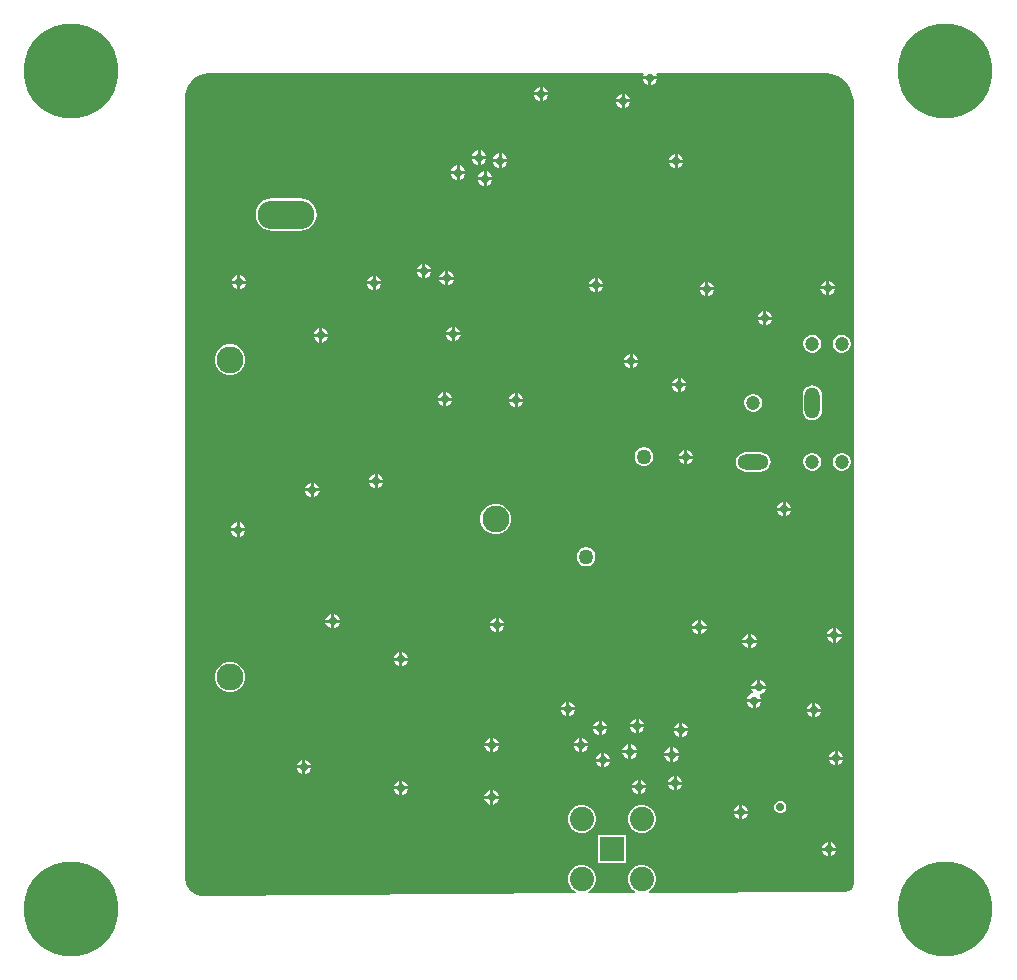
<source format=gbr>
%TF.GenerationSoftware,Altium Limited,Altium Designer,24.2.2 (26)*%
G04 Layer_Physical_Order=2*
G04 Layer_Color=36540*
%FSLAX45Y45*%
%MOMM*%
%TF.SameCoordinates,979FBE80-878B-4EC3-91C7-7055811A0E5A*%
%TF.FilePolarity,Positive*%
%TF.FileFunction,Copper,L2,Inr,Signal*%
%TF.Part,Single*%
G01*
G75*
%TA.AperFunction,ComponentPad*%
%ADD37C,2.28600*%
%ADD38O,4.82000X2.41000*%
%ADD39C,8.00000*%
%ADD40O,1.30800X2.61600*%
%ADD41O,2.61600X1.30800*%
%ADD42C,1.20000*%
%ADD43C,2.05000*%
%ADD44R,2.05000X2.05000*%
%TA.AperFunction,ViaPad*%
%ADD45C,0.70000*%
%ADD46C,0.76200*%
%ADD47C,1.27000*%
G36*
X17442609Y9675259D02*
X17488834Y9656112D01*
X17530435Y9628314D01*
X17565814Y9592935D01*
X17593613Y9551334D01*
X17612759Y9505109D01*
X17622520Y9456037D01*
Y9431020D01*
Y2819400D01*
X17622519Y2819400D01*
X17622520Y2812645D01*
X17619884Y2799396D01*
X17614716Y2786915D01*
X17607208Y2775683D01*
X17597656Y2766130D01*
X17586424Y2758625D01*
X17573944Y2753455D01*
X17560693Y2750820D01*
X17391380D01*
X15889369Y2740696D01*
X15885927Y2753373D01*
X15902042Y2762676D01*
X15924104Y2784739D01*
X15939703Y2811761D01*
X15947780Y2841899D01*
Y2873101D01*
X15939703Y2903239D01*
X15924104Y2930261D01*
X15902042Y2952324D01*
X15875018Y2967924D01*
X15844881Y2976000D01*
X15813680D01*
X15783540Y2967924D01*
X15756519Y2952324D01*
X15734456Y2930261D01*
X15718855Y2903239D01*
X15710780Y2873101D01*
Y2841899D01*
X15718855Y2811761D01*
X15734456Y2784739D01*
X15756519Y2762676D01*
X15773941Y2752618D01*
X15770578Y2739895D01*
X15375368Y2737231D01*
X15371925Y2749908D01*
X15394041Y2762676D01*
X15416104Y2784739D01*
X15431705Y2811761D01*
X15439780Y2841899D01*
Y2873101D01*
X15431705Y2903239D01*
X15416104Y2930261D01*
X15394041Y2952324D01*
X15367020Y2967924D01*
X15336880Y2976000D01*
X15305679D01*
X15275542Y2967924D01*
X15248518Y2952324D01*
X15226456Y2930261D01*
X15210857Y2903239D01*
X15202780Y2873101D01*
Y2841899D01*
X15210857Y2811761D01*
X15226456Y2784739D01*
X15248518Y2762676D01*
X15271803Y2749233D01*
X15268440Y2736510D01*
X12115800Y2715260D01*
X12100539Y2715260D01*
X12070605Y2721214D01*
X12042408Y2732894D01*
X12017031Y2749850D01*
X11995450Y2771431D01*
X11978494Y2796808D01*
X11966814Y2825005D01*
X11960860Y2854939D01*
X11960860Y2870200D01*
Y9469120D01*
X11960860Y9490384D01*
X11969157Y9532095D01*
X11985431Y9571387D01*
X12009059Y9606748D01*
X12039131Y9636820D01*
X12074493Y9660448D01*
X12113784Y9676723D01*
X12155495Y9685020D01*
X12176760Y9685019D01*
X15839027Y9685020D01*
X15845110Y9672320D01*
X15837744Y9654540D01*
X15957976D01*
X15950610Y9672320D01*
X15956693Y9685020D01*
X17368520Y9685020D01*
X17393536D01*
X17442609Y9675259D01*
D02*
G37*
%LPC*%
G36*
X15957976Y9629140D02*
X15910561D01*
Y9581724D01*
X15932074Y9590635D01*
X15949065Y9607626D01*
X15957976Y9629140D01*
D02*
G37*
G36*
X15885159D02*
X15837744D01*
X15846655Y9607626D01*
X15863646Y9590635D01*
X15885159Y9581724D01*
Y9629140D01*
D02*
G37*
G36*
X14988541Y9567336D02*
Y9519920D01*
X15035956D01*
X15027045Y9541434D01*
X15010054Y9558425D01*
X14988541Y9567336D01*
D02*
G37*
G36*
X14963139D02*
X14941626Y9558425D01*
X14924635Y9541434D01*
X14915724Y9519920D01*
X14963139D01*
Y9567336D01*
D02*
G37*
G36*
X15684500Y9507916D02*
Y9460500D01*
X15731915D01*
X15723006Y9482014D01*
X15706013Y9499004D01*
X15684500Y9507916D01*
D02*
G37*
G36*
X15659100D02*
X15637585Y9499004D01*
X15620595Y9482014D01*
X15611684Y9460500D01*
X15659100D01*
Y9507916D01*
D02*
G37*
G36*
X15035956Y9494520D02*
X14988541D01*
Y9447104D01*
X15010054Y9456015D01*
X15027045Y9473006D01*
X15035956Y9494520D01*
D02*
G37*
G36*
X14963139D02*
X14915724D01*
X14924635Y9473006D01*
X14941626Y9456015D01*
X14963139Y9447104D01*
Y9494520D01*
D02*
G37*
G36*
X15731915Y9435100D02*
X15684500D01*
Y9387684D01*
X15706013Y9396595D01*
X15723006Y9413586D01*
X15731915Y9435100D01*
D02*
G37*
G36*
X15659100D02*
X15611684D01*
X15620595Y9413586D01*
X15637585Y9396595D01*
X15659100Y9387684D01*
Y9435100D01*
D02*
G37*
G36*
X14465300Y9026316D02*
Y8978900D01*
X14512717D01*
X14503806Y9000414D01*
X14486813Y9017405D01*
X14465300Y9026316D01*
D02*
G37*
G36*
X14439900D02*
X14418385Y9017405D01*
X14401395Y9000414D01*
X14392484Y8978900D01*
X14439900D01*
Y9026316D01*
D02*
G37*
G36*
X14643100Y9000916D02*
Y8953500D01*
X14690517D01*
X14681606Y8975014D01*
X14664613Y8992005D01*
X14643100Y9000916D01*
D02*
G37*
G36*
X14617700D02*
X14596185Y8992005D01*
X14579195Y8975014D01*
X14570284Y8953500D01*
X14617700D01*
Y9000916D01*
D02*
G37*
G36*
X16131540Y8995836D02*
Y8948420D01*
X16178957D01*
X16170045Y8969934D01*
X16153053Y8986925D01*
X16131540Y8995836D01*
D02*
G37*
G36*
X16106140D02*
X16084625Y8986925D01*
X16067635Y8969934D01*
X16058723Y8948420D01*
X16106140D01*
Y8995836D01*
D02*
G37*
G36*
X14512717Y8953500D02*
X14465300D01*
Y8906084D01*
X14486813Y8914995D01*
X14503806Y8931986D01*
X14512717Y8953500D01*
D02*
G37*
G36*
X14439900D02*
X14392484D01*
X14401395Y8931986D01*
X14418385Y8914995D01*
X14439900Y8906084D01*
Y8953500D01*
D02*
G37*
G36*
X14690517Y8928100D02*
X14643100D01*
Y8880684D01*
X14664613Y8889595D01*
X14681606Y8906586D01*
X14690517Y8928100D01*
D02*
G37*
G36*
X14617700D02*
X14570284D01*
X14579195Y8906586D01*
X14596185Y8889595D01*
X14617700Y8880684D01*
Y8928100D01*
D02*
G37*
G36*
X16178957Y8923020D02*
X16131540D01*
Y8875604D01*
X16153053Y8884515D01*
X16170045Y8901506D01*
X16178957Y8923020D01*
D02*
G37*
G36*
X16106140D02*
X16058723D01*
X16067635Y8901506D01*
X16084625Y8884515D01*
X16106140Y8875604D01*
Y8923020D01*
D02*
G37*
G36*
X14287500Y8899316D02*
Y8851900D01*
X14334917D01*
X14326006Y8873414D01*
X14309013Y8890405D01*
X14287500Y8899316D01*
D02*
G37*
G36*
X14262100D02*
X14240585Y8890405D01*
X14223595Y8873414D01*
X14214684Y8851900D01*
X14262100D01*
Y8899316D01*
D02*
G37*
G36*
X14516100Y8848516D02*
Y8801100D01*
X14563516D01*
X14554605Y8822614D01*
X14537614Y8839605D01*
X14516100Y8848516D01*
D02*
G37*
G36*
X14490700D02*
X14469186Y8839605D01*
X14452196Y8822614D01*
X14443285Y8801100D01*
X14490700D01*
Y8848516D01*
D02*
G37*
G36*
X14334917Y8826500D02*
X14287500D01*
Y8779084D01*
X14309013Y8787995D01*
X14326006Y8804986D01*
X14334917Y8826500D01*
D02*
G37*
G36*
X14262100D02*
X14214684D01*
X14223595Y8804986D01*
X14240585Y8787995D01*
X14262100Y8779084D01*
Y8826500D01*
D02*
G37*
G36*
X14563516Y8775700D02*
X14516100D01*
Y8728284D01*
X14537614Y8737195D01*
X14554605Y8754186D01*
X14563516Y8775700D01*
D02*
G37*
G36*
X14490700D02*
X14443285D01*
X14452196Y8754186D01*
X14469186Y8737195D01*
X14490700Y8728284D01*
Y8775700D01*
D02*
G37*
G36*
X12937340Y8621278D02*
X12696340D01*
X12660706Y8616587D01*
X12627501Y8602832D01*
X12598987Y8580953D01*
X12577107Y8552439D01*
X12563353Y8519234D01*
X12558662Y8483600D01*
X12563353Y8447966D01*
X12577107Y8414761D01*
X12598987Y8386247D01*
X12627501Y8364368D01*
X12660706Y8350613D01*
X12696340Y8345922D01*
X12937340D01*
X12972974Y8350613D01*
X13006178Y8364368D01*
X13034692Y8386247D01*
X13056573Y8414761D01*
X13070328Y8447966D01*
X13075018Y8483600D01*
X13070328Y8519234D01*
X13056573Y8552439D01*
X13034692Y8580953D01*
X13006178Y8602832D01*
X12972974Y8616587D01*
X12937340Y8621278D01*
D02*
G37*
G36*
X13995399Y8068736D02*
Y8021320D01*
X14042816D01*
X14033905Y8042834D01*
X14016914Y8059825D01*
X13995399Y8068736D01*
D02*
G37*
G36*
X13970000D02*
X13948486Y8059825D01*
X13931496Y8042834D01*
X13922585Y8021320D01*
X13970000D01*
Y8068736D01*
D02*
G37*
G36*
X14188440Y8005236D02*
Y7957820D01*
X14235857D01*
X14226945Y7979334D01*
X14209953Y7996325D01*
X14188440Y8005236D01*
D02*
G37*
G36*
X14163040D02*
X14141525Y7996325D01*
X14124535Y7979334D01*
X14115623Y7957820D01*
X14163040D01*
Y8005236D01*
D02*
G37*
G36*
X14042816Y7995920D02*
X13995399D01*
Y7948504D01*
X14016914Y7957415D01*
X14033905Y7974406D01*
X14042816Y7995920D01*
D02*
G37*
G36*
X13970000D02*
X13922585D01*
X13931496Y7974406D01*
X13948486Y7957415D01*
X13970000Y7948504D01*
Y7995920D01*
D02*
G37*
G36*
X12430760Y7972216D02*
Y7924800D01*
X12478176D01*
X12469265Y7946314D01*
X12452274Y7963305D01*
X12430760Y7972216D01*
D02*
G37*
G36*
X12405360D02*
X12383846Y7963305D01*
X12366855Y7946314D01*
X12357944Y7924800D01*
X12405360D01*
Y7972216D01*
D02*
G37*
G36*
X13576300Y7964596D02*
Y7917180D01*
X13623717D01*
X13614806Y7938694D01*
X13597813Y7955685D01*
X13576300Y7964596D01*
D02*
G37*
G36*
X13550900D02*
X13529385Y7955685D01*
X13512395Y7938694D01*
X13503484Y7917180D01*
X13550900D01*
Y7964596D01*
D02*
G37*
G36*
X15455901Y7946816D02*
Y7899400D01*
X15503316D01*
X15494405Y7920914D01*
X15477414Y7937905D01*
X15455901Y7946816D01*
D02*
G37*
G36*
X15430499D02*
X15408986Y7937905D01*
X15391995Y7920914D01*
X15383084Y7899400D01*
X15430499D01*
Y7946816D01*
D02*
G37*
G36*
X14235857Y7932420D02*
X14188440D01*
Y7885004D01*
X14209953Y7893915D01*
X14226945Y7910906D01*
X14235857Y7932420D01*
D02*
G37*
G36*
X14163040D02*
X14115623D01*
X14124535Y7910906D01*
X14141525Y7893915D01*
X14163040Y7885004D01*
Y7932420D01*
D02*
G37*
G36*
X17414240Y7923956D02*
Y7876540D01*
X17461656D01*
X17452745Y7898054D01*
X17435754Y7915045D01*
X17414240Y7923956D01*
D02*
G37*
G36*
X17388840D02*
X17367326Y7915045D01*
X17350336Y7898054D01*
X17341425Y7876540D01*
X17388840D01*
Y7923956D01*
D02*
G37*
G36*
X16390620Y7916336D02*
Y7868920D01*
X16438036D01*
X16429124Y7890434D01*
X16412134Y7907425D01*
X16390620Y7916336D01*
D02*
G37*
G36*
X16365221D02*
X16343706Y7907425D01*
X16326715Y7890434D01*
X16317804Y7868920D01*
X16365221D01*
Y7916336D01*
D02*
G37*
G36*
X12478176Y7899400D02*
X12430760D01*
Y7851984D01*
X12452274Y7860895D01*
X12469265Y7877886D01*
X12478176Y7899400D01*
D02*
G37*
G36*
X12405360D02*
X12357944D01*
X12366855Y7877886D01*
X12383846Y7860895D01*
X12405360Y7851984D01*
Y7899400D01*
D02*
G37*
G36*
X13623717Y7891780D02*
X13576300D01*
Y7844364D01*
X13597813Y7853275D01*
X13614806Y7870266D01*
X13623717Y7891780D01*
D02*
G37*
G36*
X13550900D02*
X13503484D01*
X13512395Y7870266D01*
X13529385Y7853275D01*
X13550900Y7844364D01*
Y7891780D01*
D02*
G37*
G36*
X15503316Y7874000D02*
X15455901D01*
Y7826584D01*
X15477414Y7835495D01*
X15494405Y7852486D01*
X15503316Y7874000D01*
D02*
G37*
G36*
X15430499D02*
X15383084D01*
X15391995Y7852486D01*
X15408986Y7835495D01*
X15430499Y7826584D01*
Y7874000D01*
D02*
G37*
G36*
X17461656Y7851140D02*
X17414240D01*
Y7803724D01*
X17435754Y7812635D01*
X17452745Y7829626D01*
X17461656Y7851140D01*
D02*
G37*
G36*
X17388840D02*
X17341425D01*
X17350336Y7829626D01*
X17367326Y7812635D01*
X17388840Y7803724D01*
Y7851140D01*
D02*
G37*
G36*
X16438036Y7843520D02*
X16390620D01*
Y7796104D01*
X16412134Y7805015D01*
X16429124Y7822006D01*
X16438036Y7843520D01*
D02*
G37*
G36*
X16365221D02*
X16317804D01*
X16326715Y7822006D01*
X16343706Y7805015D01*
X16365221Y7796104D01*
Y7843520D01*
D02*
G37*
G36*
X16883380Y7664876D02*
Y7617460D01*
X16930795D01*
X16921886Y7638974D01*
X16904893Y7655965D01*
X16883380Y7664876D01*
D02*
G37*
G36*
X16857980D02*
X16836465Y7655965D01*
X16819475Y7638974D01*
X16810564Y7617460D01*
X16857980D01*
Y7664876D01*
D02*
G37*
G36*
X16930795Y7592060D02*
X16883380D01*
Y7544644D01*
X16904893Y7553555D01*
X16921886Y7570546D01*
X16930795Y7592060D01*
D02*
G37*
G36*
X16857980D02*
X16810564D01*
X16819475Y7570546D01*
X16836465Y7553555D01*
X16857980Y7544644D01*
Y7592060D01*
D02*
G37*
G36*
X14246860Y7535336D02*
Y7487920D01*
X14294276D01*
X14285365Y7509434D01*
X14268375Y7526425D01*
X14246860Y7535336D01*
D02*
G37*
G36*
X14221460D02*
X14199947Y7526425D01*
X14182954Y7509434D01*
X14174043Y7487920D01*
X14221460D01*
Y7535336D01*
D02*
G37*
G36*
X13124181Y7520096D02*
Y7472680D01*
X13171596D01*
X13162685Y7494194D01*
X13145694Y7511185D01*
X13124181Y7520096D01*
D02*
G37*
G36*
X13098779D02*
X13077266Y7511185D01*
X13060275Y7494194D01*
X13051364Y7472680D01*
X13098779D01*
Y7520096D01*
D02*
G37*
G36*
X14294276Y7462520D02*
X14246860D01*
Y7415104D01*
X14268375Y7424015D01*
X14285365Y7441006D01*
X14294276Y7462520D01*
D02*
G37*
G36*
X14221460D02*
X14174043D01*
X14182954Y7441006D01*
X14199947Y7424015D01*
X14221460Y7415104D01*
Y7462520D01*
D02*
G37*
G36*
X13171596Y7447280D02*
X13124181D01*
Y7399864D01*
X13145694Y7408775D01*
X13162685Y7425766D01*
X13171596Y7447280D01*
D02*
G37*
G36*
X13098779D02*
X13051364D01*
X13060275Y7425766D01*
X13077266Y7408775D01*
X13098779Y7399864D01*
Y7447280D01*
D02*
G37*
G36*
X17531625Y7464480D02*
X17511613D01*
X17492285Y7459301D01*
X17474956Y7449295D01*
X17460805Y7435145D01*
X17450800Y7417815D01*
X17445621Y7398486D01*
Y7378474D01*
X17450800Y7359145D01*
X17460805Y7341815D01*
X17474956Y7327665D01*
X17492285Y7317659D01*
X17511613Y7312480D01*
X17531625D01*
X17550955Y7317659D01*
X17568285Y7327665D01*
X17582436Y7341815D01*
X17592441Y7359145D01*
X17597620Y7378474D01*
Y7398486D01*
X17592441Y7417815D01*
X17582436Y7435145D01*
X17568285Y7449295D01*
X17550955Y7459301D01*
X17531625Y7464480D01*
D02*
G37*
G36*
X17281625D02*
X17261613D01*
X17242285Y7459301D01*
X17224956Y7449295D01*
X17210805Y7435145D01*
X17200800Y7417815D01*
X17195621Y7398486D01*
Y7378474D01*
X17200800Y7359145D01*
X17210805Y7341815D01*
X17224956Y7327665D01*
X17242285Y7317659D01*
X17261613Y7312480D01*
X17281625D01*
X17300955Y7317659D01*
X17318285Y7327665D01*
X17332436Y7341815D01*
X17342441Y7359145D01*
X17347620Y7378474D01*
Y7398486D01*
X17342441Y7417815D01*
X17332436Y7435145D01*
X17318285Y7449295D01*
X17300955Y7459301D01*
X17281625Y7464480D01*
D02*
G37*
G36*
X15753081Y7301656D02*
Y7254240D01*
X15800496D01*
X15791585Y7275754D01*
X15774594Y7292745D01*
X15753081Y7301656D01*
D02*
G37*
G36*
X15727679D02*
X15706166Y7292745D01*
X15689175Y7275754D01*
X15680264Y7254240D01*
X15727679D01*
Y7301656D01*
D02*
G37*
G36*
X15800496Y7228840D02*
X15753081D01*
Y7181424D01*
X15774594Y7190335D01*
X15791585Y7207326D01*
X15800496Y7228840D01*
D02*
G37*
G36*
X15727679D02*
X15680264D01*
X15689175Y7207326D01*
X15706166Y7190335D01*
X15727679Y7181424D01*
Y7228840D01*
D02*
G37*
G36*
X12359014Y7384540D02*
X12324706D01*
X12291566Y7375660D01*
X12261854Y7358506D01*
X12237594Y7334246D01*
X12220440Y7304534D01*
X12211560Y7271394D01*
Y7237086D01*
X12220440Y7203946D01*
X12237594Y7174234D01*
X12261854Y7149974D01*
X12291566Y7132820D01*
X12324706Y7123940D01*
X12359014D01*
X12392154Y7132820D01*
X12421866Y7149974D01*
X12446126Y7174234D01*
X12463280Y7203946D01*
X12472160Y7237086D01*
Y7271394D01*
X12463280Y7304534D01*
X12446126Y7334246D01*
X12421866Y7358506D01*
X12392154Y7375660D01*
X12359014Y7384540D01*
D02*
G37*
G36*
X16156940Y7100996D02*
Y7053580D01*
X16204356D01*
X16195445Y7075094D01*
X16178455Y7092085D01*
X16156940Y7100996D01*
D02*
G37*
G36*
X16131540D02*
X16110027Y7092085D01*
X16093034Y7075094D01*
X16084125Y7053580D01*
X16131540D01*
Y7100996D01*
D02*
G37*
G36*
X16204356Y7028180D02*
X16156940D01*
Y6980764D01*
X16178455Y6989675D01*
X16195445Y7006666D01*
X16204356Y7028180D01*
D02*
G37*
G36*
X16131540D02*
X16084125D01*
X16093034Y7006666D01*
X16110027Y6989675D01*
X16131540Y6980764D01*
Y7028180D01*
D02*
G37*
G36*
X14173199Y6979076D02*
Y6931660D01*
X14220616D01*
X14211705Y6953174D01*
X14194714Y6970165D01*
X14173199Y6979076D01*
D02*
G37*
G36*
X14147800D02*
X14126286Y6970165D01*
X14109296Y6953174D01*
X14100385Y6931660D01*
X14147800D01*
Y6979076D01*
D02*
G37*
G36*
X14777721Y6971456D02*
Y6924040D01*
X14825136D01*
X14816225Y6945554D01*
X14799234Y6962545D01*
X14777721Y6971456D01*
D02*
G37*
G36*
X14752319D02*
X14730806Y6962545D01*
X14713815Y6945554D01*
X14704904Y6924040D01*
X14752319D01*
Y6971456D01*
D02*
G37*
G36*
X14220616Y6906260D02*
X14173199D01*
Y6858844D01*
X14194714Y6867755D01*
X14211705Y6884746D01*
X14220616Y6906260D01*
D02*
G37*
G36*
X14147800D02*
X14100385D01*
X14109296Y6884746D01*
X14126286Y6867755D01*
X14147800Y6858844D01*
Y6906260D01*
D02*
G37*
G36*
X14825136Y6898640D02*
X14777721D01*
Y6851224D01*
X14799234Y6860135D01*
X14816225Y6877126D01*
X14825136Y6898640D01*
D02*
G37*
G36*
X14752319D02*
X14704904D01*
X14713815Y6877126D01*
X14730806Y6860135D01*
X14752319Y6851224D01*
Y6898640D01*
D02*
G37*
G36*
X16781625Y6964480D02*
X16761613D01*
X16742285Y6959301D01*
X16724956Y6949295D01*
X16710805Y6935145D01*
X16700800Y6917815D01*
X16695621Y6898486D01*
Y6878474D01*
X16700800Y6859145D01*
X16710805Y6841815D01*
X16724956Y6827665D01*
X16742285Y6817659D01*
X16761613Y6812480D01*
X16781625D01*
X16800955Y6817659D01*
X16818285Y6827665D01*
X16832436Y6841815D01*
X16842441Y6859145D01*
X16847620Y6878474D01*
Y6898486D01*
X16842441Y6917815D01*
X16832436Y6935145D01*
X16818285Y6949295D01*
X16800955Y6959301D01*
X16781625Y6964480D01*
D02*
G37*
G36*
X17271620Y7035982D02*
X17250369Y7033185D01*
X17230569Y7024982D01*
X17213565Y7011935D01*
X17200517Y6994931D01*
X17192316Y6975130D01*
X17189519Y6953880D01*
Y6823080D01*
X17192316Y6801830D01*
X17200517Y6782029D01*
X17213565Y6765025D01*
X17230569Y6751978D01*
X17250369Y6743775D01*
X17271620Y6740978D01*
X17292870Y6743775D01*
X17312671Y6751978D01*
X17329675Y6765025D01*
X17342722Y6782029D01*
X17350925Y6801830D01*
X17353722Y6823080D01*
Y6953880D01*
X17350925Y6975130D01*
X17342722Y6994931D01*
X17329675Y7011935D01*
X17312671Y7024982D01*
X17292870Y7033185D01*
X17271620Y7035982D01*
D02*
G37*
G36*
X16212820Y6488856D02*
Y6441440D01*
X16260236D01*
X16251324Y6462954D01*
X16234334Y6479945D01*
X16212820Y6488856D01*
D02*
G37*
G36*
X16187421D02*
X16165906Y6479945D01*
X16148915Y6462954D01*
X16140004Y6441440D01*
X16187421D01*
Y6488856D01*
D02*
G37*
G36*
X16260236Y6416040D02*
X16212820D01*
Y6368624D01*
X16234334Y6377535D01*
X16251324Y6394526D01*
X16260236Y6416040D01*
D02*
G37*
G36*
X16187421D02*
X16140004D01*
X16148915Y6394526D01*
X16165906Y6377535D01*
X16187421Y6368624D01*
Y6416040D01*
D02*
G37*
G36*
X15857526Y6513320D02*
X15836594D01*
X15816374Y6507902D01*
X15798245Y6497436D01*
X15783444Y6482634D01*
X15772978Y6464506D01*
X15767560Y6444286D01*
Y6423354D01*
X15772978Y6403134D01*
X15783444Y6385006D01*
X15798245Y6370204D01*
X15816374Y6359738D01*
X15836594Y6354320D01*
X15857526D01*
X15877747Y6359738D01*
X15895874Y6370204D01*
X15910677Y6385006D01*
X15921143Y6403134D01*
X15926559Y6423354D01*
Y6444286D01*
X15921143Y6464506D01*
X15910677Y6482634D01*
X15895874Y6497436D01*
X15877747Y6507902D01*
X15857526Y6513320D01*
D02*
G37*
G36*
X17531625Y6464480D02*
X17511613D01*
X17492285Y6459301D01*
X17474956Y6449295D01*
X17460805Y6435145D01*
X17450800Y6417815D01*
X17445621Y6398486D01*
Y6378474D01*
X17450800Y6359145D01*
X17460805Y6341815D01*
X17474956Y6327665D01*
X17492285Y6317659D01*
X17511613Y6312480D01*
X17531625D01*
X17550955Y6317659D01*
X17568285Y6327665D01*
X17582436Y6341815D01*
X17592441Y6359145D01*
X17597620Y6378474D01*
Y6398486D01*
X17592441Y6417815D01*
X17582436Y6435145D01*
X17568285Y6449295D01*
X17550955Y6459301D01*
X17531625Y6464480D01*
D02*
G37*
G36*
X17281625D02*
X17261613D01*
X17242285Y6459301D01*
X17224956Y6449295D01*
X17210805Y6435145D01*
X17200800Y6417815D01*
X17195621Y6398486D01*
Y6378474D01*
X17200800Y6359145D01*
X17210805Y6341815D01*
X17224956Y6327665D01*
X17242285Y6317659D01*
X17261613Y6312480D01*
X17281625D01*
X17300955Y6317659D01*
X17318285Y6327665D01*
X17332436Y6341815D01*
X17342441Y6359145D01*
X17347620Y6378474D01*
Y6398486D01*
X17342441Y6417815D01*
X17332436Y6435145D01*
X17318285Y6449295D01*
X17300955Y6459301D01*
X17281625Y6464480D01*
D02*
G37*
G36*
X16837019Y6470582D02*
X16706219D01*
X16684970Y6467785D01*
X16665169Y6459582D01*
X16648164Y6446535D01*
X16635118Y6429531D01*
X16626915Y6409730D01*
X16624118Y6388480D01*
X16626915Y6367230D01*
X16635118Y6347429D01*
X16648164Y6330425D01*
X16665169Y6317378D01*
X16684970Y6309175D01*
X16706219Y6306378D01*
X16837019D01*
X16858270Y6309175D01*
X16878072Y6317378D01*
X16895074Y6330425D01*
X16908122Y6347429D01*
X16916325Y6367230D01*
X16919122Y6388480D01*
X16916325Y6409730D01*
X16908122Y6429531D01*
X16895074Y6446535D01*
X16878072Y6459582D01*
X16858270Y6467785D01*
X16837019Y6470582D01*
D02*
G37*
G36*
X13594080Y6285656D02*
Y6238240D01*
X13641496D01*
X13632585Y6259754D01*
X13615594Y6276745D01*
X13594080Y6285656D01*
D02*
G37*
G36*
X13568680D02*
X13547166Y6276745D01*
X13530174Y6259754D01*
X13521265Y6238240D01*
X13568680D01*
Y6285656D01*
D02*
G37*
G36*
X13053059Y6214536D02*
Y6167120D01*
X13100476D01*
X13091565Y6188634D01*
X13074574Y6205625D01*
X13053059Y6214536D01*
D02*
G37*
G36*
X13027660D02*
X13006146Y6205625D01*
X12989156Y6188634D01*
X12980244Y6167120D01*
X13027660D01*
Y6214536D01*
D02*
G37*
G36*
X13641496Y6212840D02*
X13594080D01*
Y6165424D01*
X13615594Y6174335D01*
X13632585Y6191326D01*
X13641496Y6212840D01*
D02*
G37*
G36*
X13568680D02*
X13521265D01*
X13530174Y6191326D01*
X13547166Y6174335D01*
X13568680Y6165424D01*
Y6212840D01*
D02*
G37*
G36*
X13100476Y6141720D02*
X13053059D01*
Y6094304D01*
X13074574Y6103215D01*
X13091565Y6120206D01*
X13100476Y6141720D01*
D02*
G37*
G36*
X13027660D02*
X12980244D01*
X12989156Y6120206D01*
X13006146Y6103215D01*
X13027660Y6094304D01*
Y6141720D01*
D02*
G37*
G36*
X17048480Y6049436D02*
Y6002020D01*
X17095895D01*
X17086984Y6023534D01*
X17069994Y6040525D01*
X17048480Y6049436D01*
D02*
G37*
G36*
X17023080D02*
X17001566Y6040525D01*
X16984575Y6023534D01*
X16975664Y6002020D01*
X17023080D01*
Y6049436D01*
D02*
G37*
G36*
X17095895Y5976620D02*
X17048480D01*
Y5929204D01*
X17069994Y5938115D01*
X17086984Y5955106D01*
X17095895Y5976620D01*
D02*
G37*
G36*
X17023080D02*
X16975664D01*
X16984575Y5955106D01*
X17001566Y5938115D01*
X17023080Y5929204D01*
Y5976620D01*
D02*
G37*
G36*
X12423140Y5876716D02*
Y5829300D01*
X12470556D01*
X12461645Y5850814D01*
X12444654Y5867805D01*
X12423140Y5876716D01*
D02*
G37*
G36*
X12397740D02*
X12376226Y5867805D01*
X12359235Y5850814D01*
X12350324Y5829300D01*
X12397740D01*
Y5876716D01*
D02*
G37*
G36*
X14609454Y6035800D02*
X14575146D01*
X14542006Y6026920D01*
X14512294Y6009766D01*
X14488034Y5985506D01*
X14470880Y5955794D01*
X14462000Y5922654D01*
Y5888346D01*
X14470880Y5855206D01*
X14488034Y5825494D01*
X14512294Y5801234D01*
X14542006Y5784080D01*
X14575146Y5775200D01*
X14609454D01*
X14642593Y5784080D01*
X14672305Y5801234D01*
X14696565Y5825494D01*
X14713721Y5855206D01*
X14722600Y5888346D01*
Y5922654D01*
X14713721Y5955794D01*
X14696565Y5985506D01*
X14672305Y6009766D01*
X14642593Y6026920D01*
X14609454Y6035800D01*
D02*
G37*
G36*
X12470556Y5803900D02*
X12423140D01*
Y5756484D01*
X12444654Y5765395D01*
X12461645Y5782386D01*
X12470556Y5803900D01*
D02*
G37*
G36*
X12397740D02*
X12350324D01*
X12359235Y5782386D01*
X12376226Y5765395D01*
X12397740Y5756484D01*
Y5803900D01*
D02*
G37*
G36*
X15367307Y5664960D02*
X15346375D01*
X15326154Y5659542D01*
X15308026Y5649076D01*
X15293224Y5634274D01*
X15282758Y5616146D01*
X15277341Y5595926D01*
Y5574994D01*
X15282758Y5554774D01*
X15293224Y5536646D01*
X15308026Y5521844D01*
X15326154Y5511378D01*
X15346375Y5505960D01*
X15367307D01*
X15387526Y5511378D01*
X15405653Y5521844D01*
X15420456Y5536646D01*
X15430922Y5554774D01*
X15436340Y5574994D01*
Y5595926D01*
X15430922Y5616146D01*
X15420456Y5634274D01*
X15405653Y5649076D01*
X15387526Y5659542D01*
X15367307Y5664960D01*
D02*
G37*
G36*
X13223241Y5102016D02*
Y5054600D01*
X13270656D01*
X13261745Y5076114D01*
X13244754Y5093105D01*
X13223241Y5102016D01*
D02*
G37*
G36*
X13197839D02*
X13176326Y5093105D01*
X13159335Y5076114D01*
X13150424Y5054600D01*
X13197839D01*
Y5102016D01*
D02*
G37*
G36*
X14617700Y5068996D02*
Y5021580D01*
X14665115D01*
X14656206Y5043094D01*
X14639214Y5060085D01*
X14617700Y5068996D01*
D02*
G37*
G36*
X14592300D02*
X14570786Y5060085D01*
X14553795Y5043094D01*
X14544884Y5021580D01*
X14592300D01*
Y5068996D01*
D02*
G37*
G36*
X16329660Y5051216D02*
Y5003800D01*
X16377077D01*
X16368166Y5025314D01*
X16351173Y5042305D01*
X16329660Y5051216D01*
D02*
G37*
G36*
X16304260D02*
X16282745Y5042305D01*
X16265755Y5025314D01*
X16256844Y5003800D01*
X16304260D01*
Y5051216D01*
D02*
G37*
G36*
X13270656Y5029200D02*
X13223241D01*
Y4981784D01*
X13244754Y4990695D01*
X13261745Y5007686D01*
X13270656Y5029200D01*
D02*
G37*
G36*
X13197839D02*
X13150424D01*
X13159335Y5007686D01*
X13176326Y4990695D01*
X13197839Y4981784D01*
Y5029200D01*
D02*
G37*
G36*
X14665115Y4996180D02*
X14617700D01*
Y4948764D01*
X14639214Y4957675D01*
X14656206Y4974666D01*
X14665115Y4996180D01*
D02*
G37*
G36*
X14592300D02*
X14544884D01*
X14553795Y4974666D01*
X14570786Y4957675D01*
X14592300Y4948764D01*
Y4996180D01*
D02*
G37*
G36*
X17472659Y4980096D02*
Y4932680D01*
X17520076D01*
X17511165Y4954194D01*
X17494174Y4971185D01*
X17472659Y4980096D01*
D02*
G37*
G36*
X17447260D02*
X17425746Y4971185D01*
X17408755Y4954194D01*
X17399844Y4932680D01*
X17447260D01*
Y4980096D01*
D02*
G37*
G36*
X16377077Y4978400D02*
X16329660D01*
Y4930984D01*
X16351173Y4939895D01*
X16368166Y4956886D01*
X16377077Y4978400D01*
D02*
G37*
G36*
X16304260D02*
X16256844D01*
X16265755Y4956886D01*
X16282745Y4939895D01*
X16304260Y4930984D01*
Y4978400D01*
D02*
G37*
G36*
X16753841Y4931836D02*
Y4884420D01*
X16801256D01*
X16792345Y4905934D01*
X16775354Y4922925D01*
X16753841Y4931836D01*
D02*
G37*
G36*
X16728439D02*
X16706926Y4922925D01*
X16689935Y4905934D01*
X16681024Y4884420D01*
X16728439D01*
Y4931836D01*
D02*
G37*
G36*
X17520076Y4907280D02*
X17472659D01*
Y4859864D01*
X17494174Y4868775D01*
X17511165Y4885766D01*
X17520076Y4907280D01*
D02*
G37*
G36*
X17447260D02*
X17399844D01*
X17408755Y4885766D01*
X17425746Y4868775D01*
X17447260Y4859864D01*
Y4907280D01*
D02*
G37*
G36*
X16801256Y4859020D02*
X16753841D01*
Y4811604D01*
X16775354Y4820515D01*
X16792345Y4837506D01*
X16801256Y4859020D01*
D02*
G37*
G36*
X16728439D02*
X16681024D01*
X16689935Y4837506D01*
X16706926Y4820515D01*
X16728439Y4811604D01*
Y4859020D01*
D02*
G37*
G36*
X13802361Y4779436D02*
Y4732020D01*
X13849776D01*
X13840865Y4753534D01*
X13823874Y4770525D01*
X13802361Y4779436D01*
D02*
G37*
G36*
X13776961D02*
X13755446Y4770525D01*
X13738455Y4753534D01*
X13729544Y4732020D01*
X13776961D01*
Y4779436D01*
D02*
G37*
G36*
X13849776Y4706620D02*
X13802361D01*
Y4659204D01*
X13823874Y4668115D01*
X13840865Y4685106D01*
X13849776Y4706620D01*
D02*
G37*
G36*
X13776961D02*
X13729544D01*
X13738455Y4685106D01*
X13755446Y4668115D01*
X13776961Y4659204D01*
Y4706620D01*
D02*
G37*
G36*
X16830040Y4540676D02*
Y4493260D01*
X16877457D01*
X16868546Y4514774D01*
X16851553Y4531765D01*
X16830040Y4540676D01*
D02*
G37*
G36*
X16804640D02*
X16783125Y4531765D01*
X16766135Y4514774D01*
X16757224Y4493260D01*
X16804640D01*
Y4540676D01*
D02*
G37*
G36*
X12359014Y4697220D02*
X12324706D01*
X12291566Y4688340D01*
X12261854Y4671186D01*
X12237594Y4646926D01*
X12220440Y4617214D01*
X12211560Y4584074D01*
Y4549766D01*
X12220440Y4516626D01*
X12237594Y4486914D01*
X12261854Y4462654D01*
X12291566Y4445500D01*
X12324706Y4436620D01*
X12359014D01*
X12392154Y4445500D01*
X12421866Y4462654D01*
X12446126Y4486914D01*
X12463280Y4516626D01*
X12472160Y4549766D01*
Y4584074D01*
X12463280Y4617214D01*
X12446126Y4646926D01*
X12421866Y4671186D01*
X12392154Y4688340D01*
X12359014Y4697220D01*
D02*
G37*
G36*
X16877457Y4467860D02*
X16757224D01*
X16766135Y4446346D01*
X16770583Y4441900D01*
X16768687Y4434730D01*
X16765878Y4428642D01*
X16745026Y4420005D01*
X16728035Y4403014D01*
X16719124Y4381500D01*
X16839355D01*
X16830444Y4403014D01*
X16825998Y4407460D01*
X16827893Y4414630D01*
X16830701Y4420718D01*
X16851553Y4429355D01*
X16868546Y4446346D01*
X16877457Y4467860D01*
D02*
G37*
G36*
X15214600Y4360336D02*
Y4312920D01*
X15262016D01*
X15253105Y4334434D01*
X15236115Y4351425D01*
X15214600Y4360336D01*
D02*
G37*
G36*
X15189200D02*
X15167686Y4351425D01*
X15150694Y4334434D01*
X15141785Y4312920D01*
X15189200D01*
Y4360336D01*
D02*
G37*
G36*
X16839355Y4356100D02*
X16791940D01*
Y4308684D01*
X16813454Y4317595D01*
X16830444Y4334586D01*
X16839355Y4356100D01*
D02*
G37*
G36*
X16766541D02*
X16719124D01*
X16728035Y4334586D01*
X16745026Y4317595D01*
X16766541Y4308684D01*
Y4356100D01*
D02*
G37*
G36*
X17297400Y4347636D02*
Y4300220D01*
X17344817D01*
X17335905Y4321734D01*
X17318913Y4338725D01*
X17297400Y4347636D01*
D02*
G37*
G36*
X17272000D02*
X17250487Y4338725D01*
X17233495Y4321734D01*
X17224583Y4300220D01*
X17272000D01*
Y4347636D01*
D02*
G37*
G36*
X15262016Y4287520D02*
X15214600D01*
Y4240104D01*
X15236115Y4249015D01*
X15253105Y4266006D01*
X15262016Y4287520D01*
D02*
G37*
G36*
X15189200D02*
X15141785D01*
X15150694Y4266006D01*
X15167686Y4249015D01*
X15189200Y4240104D01*
Y4287520D01*
D02*
G37*
G36*
X17344817Y4274820D02*
X17297400D01*
Y4227404D01*
X17318913Y4236315D01*
X17335905Y4253306D01*
X17344817Y4274820D01*
D02*
G37*
G36*
X17272000D02*
X17224583D01*
X17233495Y4253306D01*
X17250487Y4236315D01*
X17272000Y4227404D01*
Y4274820D01*
D02*
G37*
G36*
X15801340Y4215556D02*
Y4168140D01*
X15848756D01*
X15839845Y4189654D01*
X15822855Y4206645D01*
X15801340Y4215556D01*
D02*
G37*
G36*
X15775940D02*
X15754427Y4206645D01*
X15737434Y4189654D01*
X15728523Y4168140D01*
X15775940D01*
Y4215556D01*
D02*
G37*
G36*
X15488921Y4197776D02*
Y4150360D01*
X15536336D01*
X15527425Y4171874D01*
X15510434Y4188865D01*
X15488921Y4197776D01*
D02*
G37*
G36*
X15463519D02*
X15442006Y4188865D01*
X15425015Y4171874D01*
X15416104Y4150360D01*
X15463519D01*
Y4197776D01*
D02*
G37*
G36*
X16172180Y4182536D02*
Y4135120D01*
X16219595D01*
X16210686Y4156634D01*
X16193694Y4173625D01*
X16172180Y4182536D01*
D02*
G37*
G36*
X16146780D02*
X16125266Y4173625D01*
X16108275Y4156634D01*
X16099364Y4135120D01*
X16146780D01*
Y4182536D01*
D02*
G37*
G36*
X15848756Y4142740D02*
X15801340D01*
Y4095324D01*
X15822855Y4104235D01*
X15839845Y4121226D01*
X15848756Y4142740D01*
D02*
G37*
G36*
X15775940D02*
X15728523D01*
X15737434Y4121226D01*
X15754427Y4104235D01*
X15775940Y4095324D01*
Y4142740D01*
D02*
G37*
G36*
X15536336Y4124960D02*
X15488921D01*
Y4077544D01*
X15510434Y4086455D01*
X15527425Y4103446D01*
X15536336Y4124960D01*
D02*
G37*
G36*
X15463519D02*
X15416104D01*
X15425015Y4103446D01*
X15442006Y4086455D01*
X15463519Y4077544D01*
Y4124960D01*
D02*
G37*
G36*
X16219595Y4109720D02*
X16172180D01*
Y4062304D01*
X16193694Y4071215D01*
X16210686Y4088206D01*
X16219595Y4109720D01*
D02*
G37*
G36*
X16146780D02*
X16099364D01*
X16108275Y4088206D01*
X16125266Y4071215D01*
X16146780Y4062304D01*
Y4109720D01*
D02*
G37*
G36*
X15326360Y4052996D02*
Y4005580D01*
X15373776D01*
X15364865Y4027094D01*
X15347874Y4044085D01*
X15326360Y4052996D01*
D02*
G37*
G36*
X15300960D02*
X15279446Y4044085D01*
X15262456Y4027094D01*
X15253545Y4005580D01*
X15300960D01*
Y4052996D01*
D02*
G37*
G36*
X14569440D02*
Y4005580D01*
X14616856D01*
X14607945Y4027094D01*
X14590955Y4044085D01*
X14569440Y4052996D01*
D02*
G37*
G36*
X14544040D02*
X14522527Y4044085D01*
X14505534Y4027094D01*
X14496625Y4005580D01*
X14544040D01*
Y4052996D01*
D02*
G37*
G36*
X15737840Y3997116D02*
Y3949700D01*
X15785255D01*
X15776344Y3971214D01*
X15759354Y3988205D01*
X15737840Y3997116D01*
D02*
G37*
G36*
X15712440D02*
X15690926Y3988205D01*
X15673935Y3971214D01*
X15665024Y3949700D01*
X15712440D01*
Y3997116D01*
D02*
G37*
G36*
X15373776Y3980180D02*
X15326360D01*
Y3932764D01*
X15347874Y3941675D01*
X15364865Y3958666D01*
X15373776Y3980180D01*
D02*
G37*
G36*
X15300960D02*
X15253545D01*
X15262456Y3958666D01*
X15279446Y3941675D01*
X15300960Y3932764D01*
Y3980180D01*
D02*
G37*
G36*
X14616856D02*
X14569440D01*
Y3932764D01*
X14590955Y3941675D01*
X14607945Y3958666D01*
X14616856Y3980180D01*
D02*
G37*
G36*
X14544040D02*
X14496625D01*
X14505534Y3958666D01*
X14522527Y3941675D01*
X14544040Y3932764D01*
Y3980180D01*
D02*
G37*
G36*
X16093440Y3971716D02*
Y3924300D01*
X16140855D01*
X16131944Y3945814D01*
X16114954Y3962805D01*
X16093440Y3971716D01*
D02*
G37*
G36*
X16068040D02*
X16046526Y3962805D01*
X16029535Y3945814D01*
X16020624Y3924300D01*
X16068040D01*
Y3971716D01*
D02*
G37*
G36*
X17487900Y3941236D02*
Y3893820D01*
X17535316D01*
X17526405Y3915334D01*
X17509415Y3932325D01*
X17487900Y3941236D01*
D02*
G37*
G36*
X17462500D02*
X17440987Y3932325D01*
X17423994Y3915334D01*
X17415083Y3893820D01*
X17462500D01*
Y3941236D01*
D02*
G37*
G36*
X15785255Y3924300D02*
X15737840D01*
Y3876884D01*
X15759354Y3885795D01*
X15776344Y3902786D01*
X15785255Y3924300D01*
D02*
G37*
G36*
X15712440D02*
X15665024D01*
X15673935Y3902786D01*
X15690926Y3885795D01*
X15712440Y3876884D01*
Y3924300D01*
D02*
G37*
G36*
X15511780Y3923456D02*
Y3876040D01*
X15559196D01*
X15550285Y3897554D01*
X15533295Y3914545D01*
X15511780Y3923456D01*
D02*
G37*
G36*
X15486380D02*
X15464867Y3914545D01*
X15447874Y3897554D01*
X15438963Y3876040D01*
X15486380D01*
Y3923456D01*
D02*
G37*
G36*
X16140855Y3898900D02*
X16093440D01*
Y3851484D01*
X16114954Y3860395D01*
X16131944Y3877386D01*
X16140855Y3898900D01*
D02*
G37*
G36*
X16068040D02*
X16020624D01*
X16029535Y3877386D01*
X16046526Y3860395D01*
X16068040Y3851484D01*
Y3898900D01*
D02*
G37*
G36*
X17535316Y3868420D02*
X17487900D01*
Y3821004D01*
X17509415Y3829915D01*
X17526405Y3846906D01*
X17535316Y3868420D01*
D02*
G37*
G36*
X17462500D02*
X17415083D01*
X17423994Y3846906D01*
X17440987Y3829915D01*
X17462500Y3821004D01*
Y3868420D01*
D02*
G37*
G36*
X12979401Y3867576D02*
Y3820160D01*
X13026816D01*
X13017905Y3841674D01*
X13000914Y3858665D01*
X12979401Y3867576D01*
D02*
G37*
G36*
X12953999D02*
X12932486Y3858665D01*
X12915495Y3841674D01*
X12906584Y3820160D01*
X12953999D01*
Y3867576D01*
D02*
G37*
G36*
X15559196Y3850640D02*
X15511780D01*
Y3803224D01*
X15533295Y3812135D01*
X15550285Y3829126D01*
X15559196Y3850640D01*
D02*
G37*
G36*
X15486380D02*
X15438963D01*
X15447874Y3829126D01*
X15464867Y3812135D01*
X15486380Y3803224D01*
Y3850640D01*
D02*
G37*
G36*
X13026816Y3794760D02*
X12979401D01*
Y3747344D01*
X13000914Y3756255D01*
X13017905Y3773246D01*
X13026816Y3794760D01*
D02*
G37*
G36*
X12953999D02*
X12906584D01*
X12915495Y3773246D01*
X12932486Y3756255D01*
X12953999Y3747344D01*
Y3794760D01*
D02*
G37*
G36*
X16123920Y3730416D02*
Y3683000D01*
X16171336D01*
X16162425Y3704514D01*
X16145435Y3721505D01*
X16123920Y3730416D01*
D02*
G37*
G36*
X16098520D02*
X16077007Y3721505D01*
X16060014Y3704514D01*
X16051105Y3683000D01*
X16098520D01*
Y3730416D01*
D02*
G37*
G36*
X15819119Y3697396D02*
Y3649980D01*
X15866536D01*
X15857625Y3671494D01*
X15840634Y3688485D01*
X15819119Y3697396D01*
D02*
G37*
G36*
X15793719D02*
X15772206Y3688485D01*
X15755215Y3671494D01*
X15746304Y3649980D01*
X15793719D01*
Y3697396D01*
D02*
G37*
G36*
X13802361Y3689776D02*
Y3642360D01*
X13849776D01*
X13840865Y3663874D01*
X13823874Y3680865D01*
X13802361Y3689776D01*
D02*
G37*
G36*
X13776961D02*
X13755446Y3680865D01*
X13738455Y3663874D01*
X13729544Y3642360D01*
X13776961D01*
Y3689776D01*
D02*
G37*
G36*
X16171336Y3657600D02*
X16123920D01*
Y3610184D01*
X16145435Y3619095D01*
X16162425Y3636086D01*
X16171336Y3657600D01*
D02*
G37*
G36*
X16098520D02*
X16051105D01*
X16060014Y3636086D01*
X16077007Y3619095D01*
X16098520Y3610184D01*
Y3657600D01*
D02*
G37*
G36*
X15866536Y3624580D02*
X15819119D01*
Y3577164D01*
X15840634Y3586075D01*
X15857625Y3603066D01*
X15866536Y3624580D01*
D02*
G37*
G36*
X15793719D02*
X15746304D01*
X15755215Y3603066D01*
X15772206Y3586075D01*
X15793719Y3577164D01*
Y3624580D01*
D02*
G37*
G36*
X13849776Y3616960D02*
X13802361D01*
Y3569544D01*
X13823874Y3578455D01*
X13840865Y3595446D01*
X13849776Y3616960D01*
D02*
G37*
G36*
X13776961D02*
X13729544D01*
X13738455Y3595446D01*
X13755446Y3578455D01*
X13776961Y3569544D01*
Y3616960D01*
D02*
G37*
G36*
X14569440Y3608496D02*
Y3561080D01*
X14616856D01*
X14607945Y3582594D01*
X14590955Y3599585D01*
X14569440Y3608496D01*
D02*
G37*
G36*
X14544040D02*
X14522527Y3599585D01*
X14505534Y3582594D01*
X14496625Y3561080D01*
X14544040D01*
Y3608496D01*
D02*
G37*
G36*
X14616856Y3535680D02*
X14569440D01*
Y3488264D01*
X14590955Y3497175D01*
X14607945Y3514166D01*
X14616856Y3535680D01*
D02*
G37*
G36*
X14544040D02*
X14496625D01*
X14505534Y3514166D01*
X14522527Y3497175D01*
X14544040Y3488264D01*
Y3535680D01*
D02*
G37*
G36*
X16680180Y3484036D02*
Y3436620D01*
X16727596D01*
X16718684Y3458134D01*
X16701694Y3475125D01*
X16680180Y3484036D01*
D02*
G37*
G36*
X16654781D02*
X16633266Y3475125D01*
X16616275Y3458134D01*
X16607364Y3436620D01*
X16654781D01*
Y3484036D01*
D02*
G37*
G36*
X17012904Y3515560D02*
X16992615D01*
X16973871Y3507796D01*
X16959525Y3493449D01*
X16951759Y3474705D01*
Y3454415D01*
X16959525Y3435671D01*
X16973871Y3421324D01*
X16992615Y3413560D01*
X17012904D01*
X17031648Y3421324D01*
X17045996Y3435671D01*
X17053760Y3454415D01*
Y3474705D01*
X17045996Y3493449D01*
X17031648Y3507796D01*
X17012904Y3515560D01*
D02*
G37*
G36*
X16727596Y3411220D02*
X16680180D01*
Y3363804D01*
X16701694Y3372715D01*
X16718684Y3389706D01*
X16727596Y3411220D01*
D02*
G37*
G36*
X16654781D02*
X16607364D01*
X16616275Y3389706D01*
X16633266Y3372715D01*
X16654781Y3363804D01*
Y3411220D01*
D02*
G37*
G36*
X15844881Y3484000D02*
X15813680D01*
X15783540Y3475924D01*
X15756519Y3460324D01*
X15734456Y3438261D01*
X15718855Y3411239D01*
X15710780Y3381101D01*
Y3349899D01*
X15718855Y3319761D01*
X15734456Y3292739D01*
X15756519Y3270676D01*
X15783540Y3255076D01*
X15813680Y3247000D01*
X15844881D01*
X15875018Y3255076D01*
X15902042Y3270676D01*
X15924104Y3292739D01*
X15939703Y3319761D01*
X15947780Y3349899D01*
Y3381101D01*
X15939703Y3411239D01*
X15924104Y3438261D01*
X15902042Y3460324D01*
X15875018Y3475924D01*
X15844881Y3484000D01*
D02*
G37*
G36*
X15336880D02*
X15305679D01*
X15275542Y3475924D01*
X15248518Y3460324D01*
X15226456Y3438261D01*
X15210857Y3411239D01*
X15202780Y3381101D01*
Y3349899D01*
X15210857Y3319761D01*
X15226456Y3292739D01*
X15248518Y3270676D01*
X15275542Y3255076D01*
X15305679Y3247000D01*
X15336880D01*
X15367020Y3255076D01*
X15394041Y3270676D01*
X15416104Y3292739D01*
X15431705Y3319761D01*
X15439780Y3349899D01*
Y3381101D01*
X15431705Y3411239D01*
X15416104Y3438261D01*
X15394041Y3460324D01*
X15367020Y3475924D01*
X15336880Y3484000D01*
D02*
G37*
G36*
X17426939Y3169076D02*
Y3121660D01*
X17474356D01*
X17465445Y3143174D01*
X17448454Y3160165D01*
X17426939Y3169076D01*
D02*
G37*
G36*
X17401540D02*
X17380026Y3160165D01*
X17363036Y3143174D01*
X17354124Y3121660D01*
X17401540D01*
Y3169076D01*
D02*
G37*
G36*
X17474356Y3096260D02*
X17426939D01*
Y3048844D01*
X17448454Y3057755D01*
X17465445Y3074746D01*
X17474356Y3096260D01*
D02*
G37*
G36*
X17401540D02*
X17354124D01*
X17363036Y3074746D01*
X17380026Y3057755D01*
X17401540Y3048844D01*
Y3096260D01*
D02*
G37*
G36*
X15693781Y3230000D02*
X15456779D01*
Y2993000D01*
X15693781D01*
Y3230000D01*
D02*
G37*
%LPD*%
D37*
X14592300Y5905500D02*
D03*
X12341860Y4566920D02*
D03*
Y7254240D02*
D03*
D38*
X14112241Y8483600D02*
D03*
X12816840D02*
D03*
D39*
X11000000Y9700000D02*
D03*
Y2600000D02*
D03*
X18400000D02*
D03*
Y9700000D02*
D03*
D40*
X17271620Y6888480D02*
D03*
D41*
X16771620Y7388480D02*
D03*
Y6388480D02*
D03*
D42*
X17521620D02*
D03*
X17271620D02*
D03*
X16771620Y6888480D02*
D03*
X17521620Y7388480D02*
D03*
X17271620D02*
D03*
D43*
X15321280Y3365500D02*
D03*
X15829280D02*
D03*
Y2857500D02*
D03*
X15321280D02*
D03*
D44*
X15575281Y3111500D02*
D03*
D45*
X12410440Y5816600D02*
D03*
X14630400Y8940800D02*
D03*
X14452600Y8966200D02*
D03*
X14503400Y8788400D02*
D03*
X14274800Y8839200D02*
D03*
X17475200Y3881120D02*
D03*
X16200121Y6428740D02*
D03*
X16111220Y3670300D02*
D03*
X15499080Y3863340D02*
D03*
X15476221Y4137660D02*
D03*
X15788640Y4155440D02*
D03*
X15806419Y3637280D02*
D03*
X16080740Y3911600D02*
D03*
X16159480Y4122420D02*
D03*
X15725140Y3937000D02*
D03*
X15313660Y3992880D02*
D03*
X15201900Y4300220D02*
D03*
X17459959Y4919980D02*
D03*
X16144240Y7040880D02*
D03*
X17401540Y7863840D02*
D03*
X16377921Y7856220D02*
D03*
X15740379Y7241540D02*
D03*
X15443201Y7886700D02*
D03*
X12418060Y7912100D02*
D03*
X14234160Y7475220D02*
D03*
X14175740Y7945120D02*
D03*
X13982700Y8008620D02*
D03*
X13563600Y7904480D02*
D03*
X13111481Y7459980D02*
D03*
X14160500Y6918960D02*
D03*
X14765021Y6911340D02*
D03*
X13040359Y6154420D02*
D03*
X13581380Y6225540D02*
D03*
X13210539Y5041900D02*
D03*
X13789661Y4719320D02*
D03*
X14605000Y5008880D02*
D03*
X12966701Y3807460D02*
D03*
X13789661Y3629660D02*
D03*
X14556740Y3992880D02*
D03*
Y3548380D02*
D03*
X16870680Y7604760D02*
D03*
X16316960Y4991100D02*
D03*
X17284700Y4287520D02*
D03*
X16118840Y8935720D02*
D03*
X17414240Y3108960D02*
D03*
X16779240Y4368800D02*
D03*
X16817340Y4480560D02*
D03*
X16741141Y4871720D02*
D03*
X17002760Y3464560D02*
D03*
X16667480Y3423920D02*
D03*
X17035780Y5989320D02*
D03*
X15671800Y9447800D02*
D03*
X15897861Y9641840D02*
D03*
X14975841Y9507220D02*
D03*
X15519400Y8956040D02*
D03*
D46*
X10757533Y9942467D02*
D03*
X10657100Y9700000D02*
D03*
X10757533Y9457533D02*
D03*
X11000000Y9357100D02*
D03*
X11242467Y9457533D02*
D03*
X11342900Y9700000D02*
D03*
X11242467Y9942467D02*
D03*
X11000000Y10042900D02*
D03*
X10757533Y2842467D02*
D03*
X10657100Y2600000D02*
D03*
X10757533Y2357533D02*
D03*
X11000000Y2257100D02*
D03*
X11242467Y2357533D02*
D03*
X11342900Y2600000D02*
D03*
X11242467Y2842467D02*
D03*
X11000000Y2942900D02*
D03*
X18157533Y2842467D02*
D03*
X18057100Y2600000D02*
D03*
X18157533Y2357533D02*
D03*
X18400000Y2257100D02*
D03*
X18642467Y2357533D02*
D03*
X18742900Y2600000D02*
D03*
X18642467Y2842467D02*
D03*
X18400000Y2942900D02*
D03*
X18157533Y9942467D02*
D03*
X18057100Y9700000D02*
D03*
X18157533Y9457533D02*
D03*
X18400000Y9357100D02*
D03*
X18642467Y9457533D02*
D03*
X18742900Y9700000D02*
D03*
X18642467Y9942467D02*
D03*
X18400000Y10042900D02*
D03*
D47*
X15847060Y6433820D02*
D03*
X15356841Y5585460D02*
D03*
X15610840Y5173980D02*
D03*
X17487900Y9240520D02*
D03*
%TF.MD5,d2fc7fb12db93157eaf66beedc2f6098*%
M02*

</source>
